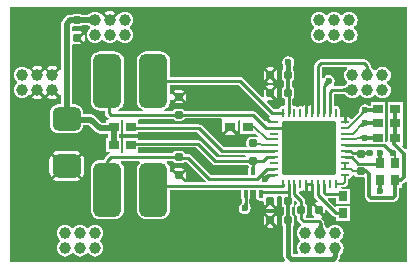
<source format=gtl>
G04*
G04 #@! TF.GenerationSoftware,Altium Limited,Altium Designer,20.1.8 (145)*
G04*
G04 Layer_Physical_Order=1*
G04 Layer_Color=255*
%FSTAX43Y43*%
%MOMM*%
G71*
G04*
G04 #@! TF.SameCoordinates,1A71404B-DE1A-40CA-A37D-A03955D0C46C*
G04*
G04*
G04 #@! TF.FilePolarity,Positive*
G04*
G01*
G75*
%ADD10C,0.250*%
%ADD12C,0.200*%
G04:AMPARAMS|DCode=25|XSize=0.75mm|YSize=0.6mm|CornerRadius=0.15mm|HoleSize=0mm|Usage=FLASHONLY|Rotation=0.000|XOffset=0mm|YOffset=0mm|HoleType=Round|Shape=RoundedRectangle|*
%AMROUNDEDRECTD25*
21,1,0.750,0.300,0,0,0.0*
21,1,0.450,0.600,0,0,0.0*
1,1,0.300,0.225,-0.150*
1,1,0.300,-0.225,-0.150*
1,1,0.300,-0.225,0.150*
1,1,0.300,0.225,0.150*
%
%ADD25ROUNDEDRECTD25*%
G04:AMPARAMS|DCode=26|XSize=0.75mm|YSize=0.6mm|CornerRadius=0.15mm|HoleSize=0mm|Usage=FLASHONLY|Rotation=90.000|XOffset=0mm|YOffset=0mm|HoleType=Round|Shape=RoundedRectangle|*
%AMROUNDEDRECTD26*
21,1,0.750,0.300,0,0,90.0*
21,1,0.450,0.600,0,0,90.0*
1,1,0.300,0.150,0.225*
1,1,0.300,0.150,-0.225*
1,1,0.300,-0.150,-0.225*
1,1,0.300,-0.150,0.225*
%
%ADD26ROUNDEDRECTD26*%
G04:AMPARAMS|DCode=27|XSize=0.4mm|YSize=0.75mm|CornerRadius=0.1mm|HoleSize=0mm|Usage=FLASHONLY|Rotation=180.000|XOffset=0mm|YOffset=0mm|HoleType=Round|Shape=RoundedRectangle|*
%AMROUNDEDRECTD27*
21,1,0.400,0.550,0,0,180.0*
21,1,0.200,0.750,0,0,180.0*
1,1,0.200,-0.100,0.275*
1,1,0.200,0.100,0.275*
1,1,0.200,0.100,-0.275*
1,1,0.200,-0.100,-0.275*
%
%ADD27ROUNDEDRECTD27*%
%ADD28R,0.850X0.800*%
%ADD29R,0.800X0.850*%
%ADD30O,0.250X0.800*%
%ADD31O,0.800X0.250*%
G04:AMPARAMS|DCode=32|XSize=4.6mm|YSize=4.6mm|CornerRadius=0.23mm|HoleSize=0mm|Usage=FLASHONLY|Rotation=90.000|XOffset=0mm|YOffset=0mm|HoleType=Round|Shape=RoundedRectangle|*
%AMROUNDEDRECTD32*
21,1,4.600,4.140,0,0,90.0*
21,1,4.140,4.600,0,0,90.0*
1,1,0.460,2.070,2.070*
1,1,0.460,2.070,-2.070*
1,1,0.460,-2.070,-2.070*
1,1,0.460,-2.070,2.070*
%
%ADD32ROUNDEDRECTD32*%
G04:AMPARAMS|DCode=33|XSize=2.4mm|YSize=2mm|CornerRadius=0.5mm|HoleSize=0mm|Usage=FLASHONLY|Rotation=180.000|XOffset=0mm|YOffset=0mm|HoleType=Round|Shape=RoundedRectangle|*
%AMROUNDEDRECTD33*
21,1,2.400,1.000,0,0,180.0*
21,1,1.400,2.000,0,0,180.0*
1,1,1.000,-0.700,0.500*
1,1,1.000,0.700,0.500*
1,1,1.000,0.700,-0.500*
1,1,1.000,-0.700,-0.500*
%
%ADD33ROUNDEDRECTD33*%
G04:AMPARAMS|DCode=34|XSize=4.6mm|YSize=2.4mm|CornerRadius=0.6mm|HoleSize=0mm|Usage=FLASHONLY|Rotation=270.000|XOffset=0mm|YOffset=0mm|HoleType=Round|Shape=RoundedRectangle|*
%AMROUNDEDRECTD34*
21,1,4.600,1.200,0,0,270.0*
21,1,3.400,2.400,0,0,270.0*
1,1,1.200,-0.600,-1.700*
1,1,1.200,-0.600,1.700*
1,1,1.200,0.600,1.700*
1,1,1.200,0.600,-1.700*
%
%ADD34ROUNDEDRECTD34*%
%ADD35C,0.300*%
%ADD36C,0.500*%
%ADD37C,0.400*%
%ADD38C,1.000*%
%ADD39C,0.600*%
G36*
X0086562Y0110882D02*
X008654Y01109D01*
X0086515Y0110917D01*
X0086486Y0110931D01*
X0086454Y0110944D01*
X0086418Y0110955D01*
X0086379Y0110963D01*
X0086335Y011097D01*
X0086289Y0110975D01*
X0086185Y0110979D01*
X0086173Y0111479D01*
X0086227Y011148D01*
X0086324Y0111488D01*
X0086366Y0111495D01*
X0086406Y0111505D01*
X0086441Y0111516D01*
X0086473Y0111529D01*
X0086502Y0111545D01*
X0086527Y0111562D01*
X0086548Y0111582D01*
X0086562Y0110882D01*
D02*
G37*
G36*
X0113308Y0100343D02*
X0113191Y0100295D01*
X0112919Y0100566D01*
X0112962Y0100669D01*
X0112962D01*
Y0101742D01*
X0112962Y0101869D01*
X0112962D01*
Y0101869D01*
X0112962D01*
Y0102942D01*
X0112962Y0103069D01*
X0112962D01*
Y0103069D01*
X0112962D01*
Y0104269D01*
X0111712D01*
Y0103196D01*
X0111712Y0103069D01*
X0111712D01*
Y0103069D01*
X0111712D01*
Y0101996D01*
X0111712Y0101869D01*
X0111712D01*
Y0101869D01*
X0111712D01*
Y0101005D01*
X0111592Y0100937D01*
X0111512Y0100982D01*
Y0101742D01*
X0111512Y0101869D01*
X0111512D01*
Y0101869D01*
X0111512D01*
Y0102942D01*
X0111512Y0103069D01*
X0111512D01*
Y0103069D01*
X0111512D01*
Y0104269D01*
X0110262D01*
Y0104009D01*
X0110229Y0103982D01*
X011018Y0103949D01*
X0110135Y0103938D01*
X0109982Y010404D01*
X0109787Y0104079D01*
X0109592Y010404D01*
X0109426Y0103929D01*
X0109316Y0103764D01*
X0109277Y0103569D01*
X0109283Y0103537D01*
X0109283Y0103531D01*
X0109283Y0103518D01*
X0109281Y0103506D01*
X0109279Y0103496D01*
X0109276Y0103487D01*
X0109272Y0103479D01*
X0109268Y0103471D01*
X0109263Y0103463D01*
X0108677Y0102877D01*
X0108606Y0102884D01*
X0108481Y0102968D01*
X0108333Y0102997D01*
X0107783D01*
X010775Y0102991D01*
X0107646Y010308D01*
X010764Y0103098D01*
Y0103636D01*
X0107614Y0103763D01*
X0107542Y010387D01*
X0107435Y0103942D01*
X0107308Y0103967D01*
X0107267Y0103959D01*
X010714Y0104055D01*
Y010498D01*
X010796D01*
X0107974Y0104977D01*
X0107997Y0104971D01*
X0108022Y0104962D01*
X0108049Y0104949D01*
X0108078Y0104932D01*
X0108107Y0104913D01*
X0108181Y0104852D01*
X010821Y0104824D01*
X0108219Y0104812D01*
X0108365Y01047D01*
X0108535Y0104629D01*
X0108718Y0104605D01*
X0108901Y0104629D01*
X0109071Y01047D01*
X0109217Y0104812D01*
X0109274Y0104886D01*
X0109432D01*
X0109489Y0104812D01*
X0109635Y01047D01*
X0109805Y0104629D01*
X0109988Y0104605D01*
X0110171Y0104629D01*
X0110341Y01047D01*
X0110487Y0104812D01*
X0110544Y0104886D01*
X0110702D01*
X0110759Y0104812D01*
X0110905Y01047D01*
X0111075Y0104629D01*
X0111258Y0104605D01*
X0111441Y0104629D01*
X0111611Y01047D01*
X0111757Y0104812D01*
X011187Y0104958D01*
X011194Y0105128D01*
X0111964Y0105311D01*
X011194Y0105494D01*
X011187Y0105664D01*
X0111757Y010581D01*
X0111683Y0105867D01*
Y0106025D01*
X0111757Y0106082D01*
X011187Y0106228D01*
X011194Y0106398D01*
X0111964Y0106581D01*
X011194Y0106764D01*
X011187Y0106934D01*
X0111757Y010708D01*
X0111611Y0107193D01*
X0111441Y0107263D01*
X0111258Y0107287D01*
X0111075Y0107263D01*
X0110905Y0107193D01*
X0110759Y010708D01*
X0110702Y0107006D01*
X0110544D01*
X0110487Y010708D01*
X0110341Y0107193D01*
X0110334Y0107196D01*
X0110333Y0107197D01*
X011033Y0107202D01*
X0110327Y0107211D01*
X0110323Y0107225D01*
X011032Y0107243D01*
X0110319Y010725D01*
Y0107293D01*
X0110294Y0107419D01*
X0110222Y0107527D01*
X0109946Y0107803D01*
X0109839Y0107875D01*
X0109712Y01079D01*
X0106012D01*
X0105885Y0107875D01*
X0105777Y0107803D01*
X0105577Y0107603D01*
X0105506Y0107496D01*
X010548Y0107369D01*
Y0104118D01*
X0105353Y0104013D01*
X0105308Y0104022D01*
X010516Y0103993D01*
X0105058Y0103925D01*
X0104956Y0103993D01*
X0104808Y0104022D01*
X010466Y0103993D01*
X0104535Y0103909D01*
X0104496Y0103902D01*
X0104435Y0103942D01*
X0104308Y0103967D01*
X0104181Y0103942D01*
X0104074Y010387D01*
X0104042D01*
X0103935Y0103942D01*
X0103808Y0103967D01*
X0103767Y0103959D01*
X010364Y0104055D01*
Y0104575D01*
X0103664Y0104591D01*
X0103741Y0104707D01*
X0103769Y0104844D01*
Y0105294D01*
X0103741Y010543D01*
X0103664Y0105546D01*
X0103619Y0105577D01*
Y0106061D01*
X0103664Y0106091D01*
X0103741Y0106207D01*
X0103769Y0106344D01*
Y0106794D01*
X0103741Y010693D01*
X0103682Y0107019D01*
Y0107335D01*
X0103758Y0107449D01*
X0103797Y0107644D01*
X0103758Y0107839D01*
X0103647Y0108004D01*
X0103482Y0108115D01*
X0103287Y0108154D01*
X0103092Y0108115D01*
X0102926Y0108004D01*
X0102816Y0107839D01*
X0102777Y0107644D01*
X0102816Y0107449D01*
X0102866Y0107373D01*
X0102866Y0107366D01*
Y0107051D01*
X0102859Y0107046D01*
X0102782Y010693D01*
X0102755Y0106794D01*
Y0106344D01*
X0102782Y0106207D01*
X0102859Y0106091D01*
X0102905Y0106061D01*
Y0105577D01*
X0102859Y0105546D01*
X0102782Y010543D01*
X0102755Y0105294D01*
Y0104844D01*
X0102782Y0104707D01*
X0102859Y0104591D01*
X0102975Y0104514D01*
X0102977Y0104514D01*
Y0104055D01*
X010285Y0103959D01*
X0102808Y0103967D01*
X0102681Y0103942D01*
X0102574Y010387D01*
X0102502Y0103763D01*
X010249Y01037D01*
X0102049D01*
X0101439Y010431D01*
X0101443Y0104336D01*
X0101587Y0104437D01*
X0101612Y0104432D01*
X0101912D01*
X0102069Y0104463D01*
X0102095Y0104481D01*
X0101672Y0104904D01*
X0101837Y0105069D01*
X0101762Y0105144D01*
X0101672Y0105054D01*
X0101249Y0105477D01*
X0101231Y0105451D01*
X01012Y0105294D01*
Y0104844D01*
X0101205Y0104819D01*
X0101104Y0104675D01*
X0101078Y0104671D01*
X0099446Y0106303D01*
X0099339Y0106375D01*
X0099212Y01064D01*
X0093269D01*
Y0107769D01*
X0093241Y0107978D01*
X0093161Y0108172D01*
X0093032Y0108339D01*
X0092865Y0108468D01*
X0092671Y0108548D01*
X0092462Y0108576D01*
X0091262D01*
X0091053Y0108548D01*
X0090858Y0108468D01*
X0090691Y0108339D01*
X0090563Y0108172D01*
X0090482Y0107978D01*
X0090455Y0107769D01*
Y0104369D01*
X0090482Y010416D01*
X0090563Y0103965D01*
X0090691Y0103798D01*
X0090858Y010367D01*
X0090962Y0103627D01*
X0090937Y01035D01*
X0088887D01*
X0088862Y0103627D01*
X0088965Y010367D01*
X0089132Y0103798D01*
X0089261Y0103965D01*
X0089341Y010416D01*
X0089369Y0104369D01*
Y0107769D01*
X0089341Y0107978D01*
X0089261Y0108172D01*
X0089132Y0108339D01*
X0088965Y0108468D01*
X0088771Y0108548D01*
X0088562Y0108576D01*
X0087362D01*
X0087153Y0108548D01*
X0086958Y0108468D01*
X0086791Y0108339D01*
X0086663Y0108172D01*
X0086582Y0107978D01*
X0086555Y0107769D01*
Y0104369D01*
X0086582Y010416D01*
X0086663Y0103965D01*
X0086791Y0103798D01*
X0086958Y010367D01*
X0087153Y0103589D01*
X0087362Y0103562D01*
X008778D01*
Y0103315D01*
X0087806Y0103188D01*
X0087877Y0103081D01*
X0088024Y0102934D01*
X0088082Y0102896D01*
X0088043Y0102769D01*
X0087862D01*
Y0102528D01*
X0087502D01*
X0086936Y0103093D01*
X0086787Y0103193D01*
X0086612Y0103228D01*
X0085918D01*
Y0103369D01*
X0085894Y0103552D01*
X0085823Y0103722D01*
X0085711Y0103868D01*
X0085565Y010398D01*
X0085395Y0104051D01*
X0085212Y0104075D01*
X0084971D01*
Y0109086D01*
X0085098Y0109175D01*
X0085187Y0109157D01*
X0085637D01*
X0085794Y0109188D01*
X008582Y0109206D01*
X0085397Y0109629D01*
X0085487Y0109719D01*
X0085397Y0109809D01*
X008582Y0110232D01*
X0085794Y0110249D01*
X0085637Y0110281D01*
X0085187D01*
X0085098Y0110263D01*
X0084971Y0110351D01*
Y011064D01*
X0084989Y0110663D01*
X0085098Y011073D01*
X0085187Y0110712D01*
X0085637D01*
X0085773Y0110739D01*
X008582Y011077D01*
X0086288D01*
X0086309Y0110768D01*
X0086341Y0110763D01*
X0086367Y0110757D01*
X0086388Y0110751D01*
X0086403Y0110745D01*
X0086412Y011074D01*
X0086413Y011074D01*
X0086487Y0110682D01*
Y0110525D01*
X0086413Y0110468D01*
X00863Y0110322D01*
X008623Y0110152D01*
X0086206Y0109969D01*
X008623Y0109786D01*
X00863Y0109616D01*
X0086413Y010947D01*
X0086559Y0109357D01*
X0086729Y0109287D01*
X0086912Y0109263D01*
X0087095Y0109287D01*
X0087265Y0109357D01*
X0087411Y010947D01*
X0087468Y0109544D01*
X0087625D01*
X0087683Y010947D01*
X0087829Y0109357D01*
X0087999Y0109287D01*
X0088182Y0109263D01*
X0088365Y0109287D01*
X0088535Y0109357D01*
X0088681Y010947D01*
X0088738Y0109544D01*
X0088895D01*
X0088953Y010947D01*
X0089099Y0109357D01*
X0089269Y0109287D01*
X0089452Y0109263D01*
X0089635Y0109287D01*
X0089805Y0109357D01*
X0089951Y010947D01*
X0090063Y0109616D01*
X0090134Y0109786D01*
X0090158Y0109969D01*
X0090134Y0110152D01*
X0090063Y0110322D01*
X0089951Y0110468D01*
X0089877Y0110525D01*
Y0110682D01*
X0089951Y011074D01*
X0090063Y0110886D01*
X0090134Y0111056D01*
X0090158Y0111239D01*
X0090134Y0111422D01*
X0090063Y0111592D01*
X0089951Y0111738D01*
X0089805Y011185D01*
X0089635Y0111921D01*
X0089452Y0111945D01*
X0089269Y0111921D01*
X0089099Y011185D01*
X0088953Y0111738D01*
X0088931Y011171D01*
X0088832D01*
X0088272Y0111149D01*
X0088182Y0111239D01*
X0088092Y0111149D01*
X0087531Y011171D01*
X0087433D01*
X0087411Y0111738D01*
X0087265Y011185D01*
X0087095Y0111921D01*
X0086912Y0111945D01*
X0086729Y0111921D01*
X0086559Y011185D01*
X0086413Y0111738D01*
X0086403Y0111725D01*
X0086398Y0111721D01*
X0086394Y0111718D01*
X0086385Y0111713D01*
X0086371Y0111707D01*
X0086351Y0111701D01*
X0086326Y0111695D01*
X0086298Y0111691D01*
X0086264Y0111688D01*
X008579D01*
X0085773Y0111698D01*
X0085637Y0111726D01*
X0085187D01*
X008505Y0111698D01*
X0085019Y0111678D01*
X0084805D01*
X0084629Y0111643D01*
X008448Y0111543D01*
X0084187Y011125D01*
X0084088Y0111101D01*
X0084053Y0110926D01*
Y0107055D01*
X0083926Y0107012D01*
X0083922Y0107017D01*
X0083396Y0106491D01*
X0083306Y0106581D01*
X0083216Y0106491D01*
X0082671Y0107036D01*
X0082126Y0106491D01*
X0082036Y0106581D01*
X0081946Y0106491D01*
X0081385Y0107052D01*
X0081287D01*
X0081265Y010708D01*
X0081119Y0107193D01*
X0080949Y0107263D01*
X0080766Y0107287D01*
X0080583Y0107263D01*
X0080413Y0107193D01*
X0080267Y010708D01*
X0080155Y0106934D01*
X0080084Y0106764D01*
X008006Y0106581D01*
X0080084Y0106398D01*
X0080155Y0106228D01*
X0080267Y0106082D01*
X0080341Y0106025D01*
Y0105867D01*
X0080267Y010581D01*
X0080155Y0105664D01*
X0080084Y0105494D01*
X008006Y0105311D01*
X0080084Y0105128D01*
X0080155Y0104958D01*
X0080267Y0104812D01*
X0080413Y01047D01*
X0080583Y0104629D01*
X0080766Y0104605D01*
X0080949Y0104629D01*
X0081119Y01047D01*
X0081265Y0104812D01*
X0081287Y010484D01*
X0081385D01*
X0081946Y0105401D01*
X0082036Y0105311D01*
X0082126Y0105401D01*
X0082671Y0104856D01*
X0083216Y0105401D01*
X0083306Y0105311D01*
X0083396Y0105401D01*
X0083922Y0104875D01*
X0083926Y010488D01*
X0084053Y0104837D01*
Y0104075D01*
X0083812D01*
X0083629Y0104051D01*
X0083459Y010398D01*
X0083313Y0103868D01*
X00832Y0103722D01*
X008313Y0103552D01*
X0083106Y0103369D01*
Y0102369D01*
X008313Y0102186D01*
X00832Y0102016D01*
X0083313Y010187D01*
X0083459Y0101757D01*
X0083629Y0101687D01*
X0083812Y0101663D01*
X0085212D01*
X0085395Y0101687D01*
X0085565Y0101757D01*
X0085711Y010187D01*
X0085823Y0102016D01*
X0085894Y0102186D01*
X008591Y010231D01*
X0086422D01*
X0086987Y0101744D01*
X0087136Y0101645D01*
X0087312Y010161D01*
X0087862D01*
Y0101569D01*
X0088028D01*
Y0101269D01*
X0087862D01*
Y0100069D01*
X0088207D01*
X008822Y0099942D01*
X0088135Y0099925D01*
X0088027Y0099853D01*
X0087727Y0099553D01*
X0087656Y0099446D01*
X0087642Y0099376D01*
X0087362D01*
X0087153Y0099348D01*
X0086958Y0099268D01*
X0086791Y0099139D01*
X0086663Y0098972D01*
X0086582Y0098778D01*
X0086555Y0098569D01*
Y0095169D01*
X0086582Y009496D01*
X0086663Y0094765D01*
X0086791Y0094598D01*
X0086958Y009447D01*
X0087153Y0094389D01*
X0087362Y0094362D01*
X0088562D01*
X0088771Y0094389D01*
X0088965Y009447D01*
X0089132Y0094598D01*
X0089261Y0094765D01*
X0089341Y009496D01*
X0089369Y0095169D01*
Y0098569D01*
X0089341Y0098778D01*
X0089261Y0098972D01*
X0089132Y0099139D01*
X0089105Y009916D01*
X0089148Y0099287D01*
X0090676D01*
X0090719Y009916D01*
X0090691Y0099139D01*
X0090563Y0098972D01*
X0090482Y0098778D01*
X0090455Y0098569D01*
Y0095169D01*
X0090482Y009496D01*
X0090563Y0094765D01*
X0090691Y0094598D01*
X0090858Y009447D01*
X0091053Y0094389D01*
X0091262Y0094362D01*
X0092462D01*
X0092671Y0094389D01*
X0092865Y009447D01*
X0093032Y0094598D01*
X0093161Y0094765D01*
X0093241Y009496D01*
X0093269Y0095169D01*
Y0096837D01*
X009922D01*
X0099256Y0096794D01*
Y0096244D01*
X0099279Y0096127D01*
X009933Y009605D01*
Y0095706D01*
X0099329Y0095698D01*
X0099327Y009569D01*
X0099325Y0095685D01*
X0099324Y0095683D01*
X0099324Y0095683D01*
X0099315Y0095676D01*
X0099307Y0095666D01*
X0099251Y0095629D01*
X0099141Y0095464D01*
X0099102Y0095269D01*
X0099141Y0095074D01*
X0099251Y0094908D01*
X0099417Y0094798D01*
X0099612Y0094759D01*
X0099807Y0094798D01*
X0099972Y0094908D01*
X0100083Y0095074D01*
X0100122Y0095269D01*
X0100083Y0095464D01*
X0100031Y0095541D01*
X0100024Y0095558D01*
X0100016Y0095571D01*
X0100012Y0095578D01*
X0100008Y0095586D01*
X0100004Y0095596D01*
X01Y0095608D01*
X0099997Y0095621D01*
X0099995Y0095633D01*
X0099993Y0095653D01*
Y009605D01*
X0100044Y0096127D01*
X0100068Y0096244D01*
Y0096794D01*
X0100103Y0096837D01*
X010052D01*
X0100556Y0096794D01*
Y0096244D01*
X0100579Y0096127D01*
X0100646Y0096028D01*
X0100745Y0095961D01*
X0100862Y0095938D01*
X0101062D01*
X0101073Y009594D01*
X01012Y0095836D01*
Y0095644D01*
X0101231Y0095486D01*
X0101249Y009546D01*
X0101672Y0095884D01*
X0101762Y0095794D01*
X0101852Y0095884D01*
X0102275Y009546D01*
X0102292Y0095486D01*
X0102324Y0095644D01*
Y0096094D01*
X0102307Y009618D01*
X0102397Y0096307D01*
X0102692D01*
X0102772Y009618D01*
X0102755Y0096094D01*
Y0095644D01*
X0102782Y0095507D01*
X0102859Y0095391D01*
X0102905Y0095361D01*
Y0094777D01*
X0102859Y0094746D01*
X0102782Y009463D01*
X0102755Y0094494D01*
Y0094044D01*
X0102782Y0093907D01*
X0102854Y00938D01*
Y0091203D01*
X0102854Y0091203D01*
X0102885Y0091047D01*
X0102973Y0090915D01*
X0102998Y009089D01*
X010295Y0090773D01*
X0079716D01*
Y0112365D01*
X0113308D01*
Y0100343D01*
D02*
G37*
G36*
X0103488Y0107421D02*
X0103485Y0107417D01*
X0103483Y0107409D01*
X0103481Y0107399D01*
X0103479Y0107385D01*
X0103476Y0107346D01*
X0103474Y010723D01*
X0103074Y0107252D01*
X0103068Y0107438D01*
X0103488Y0107421D01*
D02*
G37*
G36*
X0110114Y0107252D02*
X0110118Y0107215D01*
X0110124Y010718D01*
X0110133Y0107149D01*
X0110143Y010712D01*
X0110157Y0107093D01*
X0110173Y010707D01*
X0110191Y0107049D01*
X0110212Y0107031D01*
X0110235Y0107016D01*
X0109741D01*
X0109765Y0107031D01*
X0109785Y0107049D01*
X0109803Y010707D01*
X0109819Y0107093D01*
X0109833Y010712D01*
X0109844Y0107149D01*
X0109852Y010718D01*
X0109858Y0107215D01*
X0109862Y0107252D01*
X0109863Y0107293D01*
X0110113D01*
X0110114Y0107252D01*
D02*
G37*
G36*
X0106709Y0105769D02*
X0106685Y0105768D01*
X0106662Y0105765D01*
X0106638Y010576D01*
X0106615Y0105752D01*
X0106592Y0105742D01*
X0106569Y010573D01*
X0106547Y0105716D01*
X0106524Y01057D01*
X0106502Y0105681D01*
X010648Y010566D01*
X0106303Y0105837D01*
X0106324Y0105859D01*
X0106343Y0105881D01*
X0106359Y0105904D01*
X0106373Y0105926D01*
X0106385Y0105949D01*
X0106395Y0105972D01*
X0106403Y0105995D01*
X0106408Y0106019D01*
X0106411Y0106042D01*
X0106412Y0106066D01*
X0106709Y0105769D01*
D02*
G37*
G36*
X0108258Y010711D02*
X0108219Y010708D01*
X0108107Y0106934D01*
X0108036Y0106764D01*
X0108012Y0106581D01*
X0108036Y0106398D01*
X0108107Y0106228D01*
X0108219Y0106082D01*
X0108293Y0106025D01*
Y0105867D01*
X0108219Y010581D01*
X010821Y0105798D01*
X0108179Y0105768D01*
X0108143Y0105737D01*
X010811Y0105711D01*
X0108078Y010569D01*
X0108049Y0105673D01*
X0108022Y010566D01*
X0107997Y0105651D01*
X0107974Y0105645D01*
X010796Y0105642D01*
X0107181D01*
X0107113Y0105769D01*
X0107183Y0105874D01*
X0107222Y0106069D01*
X0107183Y0106264D01*
X0107072Y0106429D01*
X0106907Y010654D01*
X0106712Y0106579D01*
X0106517Y010654D01*
X0106351Y0106429D01*
X010627Y0106308D01*
X0106143Y0106346D01*
Y0107232D01*
X0106149Y0107237D01*
X0108215D01*
X0108258Y010711D01*
D02*
G37*
G36*
X0108361Y0104961D02*
X0108317Y0105004D01*
X010823Y0105076D01*
X0108187Y0105105D01*
X0108144Y010513D01*
X0108101Y010515D01*
X0108059Y0105166D01*
X0108017Y0105177D01*
X0107975Y0105184D01*
X0107934Y0105186D01*
Y0105436D01*
X0107975Y0105438D01*
X0108017Y0105445D01*
X0108059Y0105456D01*
X0108101Y0105472D01*
X0108144Y0105492D01*
X0108187Y0105517D01*
X010823Y0105546D01*
X0108273Y010558D01*
X0108317Y0105618D01*
X0108361Y0105661D01*
Y0104961D01*
D02*
G37*
G36*
X0101677Y0103134D02*
X010171Y0103112D01*
X0101684Y0102978D01*
X0101635Y0102968D01*
X0101618Y0102956D01*
X0101873Y0102701D01*
X0101693Y0102521D01*
X0101438Y0102777D01*
X0101426Y0102759D01*
X0101417Y0102712D01*
X0101279Y010267D01*
X0100496Y0103453D01*
X0100389Y0103525D01*
X0100262Y010355D01*
X0094537D01*
X0094489Y0103621D01*
X0094373Y0103699D01*
X0094237Y0103726D01*
X0093787D01*
X009365Y0103699D01*
X0093534Y0103621D01*
X0093457Y0103505D01*
X0093456Y01035D01*
X0092787D01*
X0092762Y0103627D01*
X0092865Y010367D01*
X0093032Y0103798D01*
X0093161Y0103965D01*
X0093241Y010416D01*
X0093269Y0104369D01*
Y0104452D01*
X0093396Y0104464D01*
X0093406Y0104411D01*
X0093424Y0104385D01*
X0093757Y0104719D01*
X0093424Y0105052D01*
X0093406Y0105026D01*
X0093396Y0104973D01*
X0093269Y0104986D01*
Y0105737D01*
X0099075D01*
X0101677Y0103134D01*
D02*
G37*
G36*
X0110014Y0103767D02*
X0110029Y0103757D01*
X0110046Y0103748D01*
X0110065Y010374D01*
X0110087Y0103734D01*
X011011Y0103728D01*
X0110136Y0103724D01*
X0110164Y0103721D01*
X0110227Y0103719D01*
Y0103419D01*
X0110194Y0103418D01*
X0110136Y0103413D01*
X011011Y0103409D01*
X0110087Y0103404D01*
X0110065Y0103397D01*
X0110046Y0103389D01*
X0110029Y010338D01*
X0110014Y010337D01*
X0110001Y0103359D01*
Y0103779D01*
X0110014Y0103767D01*
D02*
G37*
G36*
X0109794Y0103269D02*
X0109764Y0103267D01*
X0109734Y0103264D01*
X0109706Y0103258D01*
X0109679Y0103251D01*
X0109653Y0103241D01*
X0109628Y010323D01*
X0109605Y0103217D01*
X0109582Y0103202D01*
X0109561Y0103185D01*
X010954Y0103166D01*
X0109394Y0103303D01*
X0109413Y0103323D01*
X0109429Y0103345D01*
X0109444Y0103367D01*
X0109457Y0103391D01*
X0109467Y0103416D01*
X0109475Y0103442D01*
X0109482Y0103469D01*
X0109486Y0103497D01*
X0109487Y0103525D01*
X0109487Y0103556D01*
X0109794Y0103269D01*
D02*
G37*
G36*
X0097708Y0102823D02*
X0097708Y010276D01*
Y0101694D01*
X0098272Y0102259D01*
X0098387Y0102144D01*
X0098502Y0102259D01*
X0099066Y0101694D01*
Y0102693D01*
X0099177Y0102775D01*
X0099193Y0102777D01*
X0099212Y0102769D01*
Y0101569D01*
X0100462D01*
Y0101569D01*
X0100545Y0101603D01*
X0100744Y0101404D01*
X0100673Y0101299D01*
X0100537Y0101326D01*
X0100087D01*
X009995Y0101299D01*
X0099834Y0101221D01*
X0099757Y0101105D01*
X009973Y0100969D01*
Y0100669D01*
X009975Y0100569D01*
X0099676Y0100442D01*
X0097807D01*
X0095946Y0102303D01*
X0095839Y0102375D01*
X0095712Y01024D01*
X0090562D01*
Y0102769D01*
X009066Y0102837D01*
X009352D01*
X0093534Y0102816D01*
X009365Y0102739D01*
X0093787Y0102712D01*
X0094237D01*
X0094373Y0102739D01*
X0094489Y0102816D01*
X0094537Y0102887D01*
X0097608D01*
X0097708Y0102823D01*
D02*
G37*
G36*
X0110014Y0102667D02*
X0110029Y0102657D01*
X0110046Y0102648D01*
X0110065Y010264D01*
X0110087Y0102634D01*
X011011Y0102628D01*
X0110136Y0102624D01*
X0110164Y0102621D01*
X0110227Y0102619D01*
Y0102319D01*
X0110194Y0102318D01*
X0110136Y0102313D01*
X011011Y0102309D01*
X0110087Y0102304D01*
X0110065Y0102297D01*
X0110046Y0102289D01*
X0110029Y010228D01*
X0110014Y010227D01*
X0110001Y0102259D01*
Y0102679D01*
X0110014Y0102667D01*
D02*
G37*
G36*
X010966Y0102197D02*
X0109636Y0102206D01*
X0109612Y0102213D01*
X0109588Y0102216D01*
X0109565Y0102216D01*
X0109542Y0102213D01*
X0109519Y0102206D01*
X0109497Y0102196D01*
X0109475Y0102183D01*
X0109453Y0102167D01*
X0109431Y0102147D01*
X010936Y0102358D01*
X0109378Y0102377D01*
X0109412Y0102418D01*
X0109429Y0102439D01*
X0109459Y0102485D01*
X0109473Y0102509D01*
X0109499Y0102561D01*
X0109511Y0102588D01*
X010966Y0102197D01*
D02*
G37*
G36*
X0110014Y0101467D02*
X0110029Y0101457D01*
X0110046Y0101448D01*
X0110065Y010144D01*
X0110087Y0101434D01*
X011011Y0101428D01*
X0110136Y0101424D01*
X0110164Y0101421D01*
X0110227Y0101419D01*
Y0101119D01*
X0110194Y0101118D01*
X0110136Y0101113D01*
X011011Y0101109D01*
X0110087Y0101104D01*
X0110065Y0101097D01*
X0110046Y0101089D01*
X0110029Y010108D01*
X0110014Y010107D01*
X0110001Y0101059D01*
Y0101479D01*
X0110014Y0101467D01*
D02*
G37*
G36*
X0109573Y0101059D02*
X0109551Y010108D01*
X0109528Y0101098D01*
X0109505Y0101115D01*
X0109481Y0101129D01*
X0109456Y0101141D01*
X0109431Y0101151D01*
X0109405Y0101159D01*
X0109379Y0101164D01*
X0109352Y0101168D01*
X0109324Y0101169D01*
Y0101369D01*
X0109352Y010137D01*
X0109379Y0101373D01*
X0109405Y0101379D01*
X0109431Y0101386D01*
X0109456Y0101396D01*
X0109481Y0101408D01*
X0109505Y0101423D01*
X0109528Y0101439D01*
X0109551Y0101458D01*
X0109573Y0101479D01*
Y0101059D01*
D02*
G37*
G36*
X0111863Y0100338D02*
X0111885Y010032D01*
X0111907Y0100304D01*
X011193Y0100291D01*
X0111953Y010028D01*
X0111976Y0100272D01*
X0111998Y0100267D01*
X0112022Y0100264D01*
X0112045Y0100263D01*
X0112068Y0100266D01*
X0111814Y0099931D01*
X011181Y0099954D01*
X0111805Y0099977D01*
X0111797Y01D01*
X0111787Y0100022D01*
X0111776Y0100045D01*
X0111763Y0100067D01*
X0111747Y010009D01*
X011173Y0100112D01*
X0111711Y0100134D01*
X011169Y0100156D01*
X011184Y0100359D01*
X0111863Y0100338D01*
D02*
G37*
G36*
X0110028Y0099743D02*
X0110009Y0099758D01*
X010999Y0099771D01*
X0109968Y0099782D01*
X0109946Y0099792D01*
X0109922Y0099801D01*
X0109897Y0099808D01*
X0109871Y0099813D01*
X0109843Y0099817D01*
X0109814Y0099819D01*
X0109784Y009982D01*
X010976Y010007D01*
X010979Y0100071D01*
X0109819Y0100074D01*
X0109846Y0100078D01*
X0109872Y0100085D01*
X0109896Y0100093D01*
X0109918Y0100103D01*
X0109939Y0100115D01*
X0109958Y0100129D01*
X0109976Y0100144D01*
X0109991Y0100162D01*
X0110028Y0099743D01*
D02*
G37*
G36*
X0089312Y0102769D02*
Y0101569D01*
X0090562D01*
Y0101737D01*
X0095575D01*
X0097435Y0099877D01*
X0097543Y0099805D01*
X009767Y009978D01*
X0099632D01*
X0099704Y0099653D01*
X0099673Y00996D01*
X0097249D01*
X0095846Y0101003D01*
X0095739Y0101075D01*
X0095612Y01011D01*
X0090562D01*
Y0101269D01*
X0089312D01*
Y0100069D01*
X0089312D01*
X0089292Y009995D01*
X0089132D01*
X0089112Y0100069D01*
X0089112Y0100077D01*
Y0101269D01*
X0088946D01*
Y0101569D01*
X0089112D01*
Y010271D01*
X0089112Y0102769D01*
X008921Y0102837D01*
X0089213D01*
X0089312Y0102769D01*
D02*
G37*
G36*
X0111218Y0099767D02*
X0111208Y0099752D01*
X0111199Y0099735D01*
X0111191Y0099716D01*
X0111185Y0099694D01*
X0111179Y009967D01*
X0111175Y0099645D01*
X0111172Y0099617D01*
X011117Y0099554D01*
X011087D01*
X0110869Y0099587D01*
X0110864Y0099645D01*
X011086Y009967D01*
X0110855Y0099694D01*
X0110848Y0099716D01*
X011084Y0099735D01*
X0110831Y0099752D01*
X0110821Y0099767D01*
X011081Y009978D01*
X011123D01*
X0111218Y0099767D01*
D02*
G37*
G36*
X0096877Y0099034D02*
X0096985Y0098963D01*
X0097112Y0098937D01*
X009982D01*
X0099834Y0098916D01*
X0099949Y009884D01*
X0099929Y0098811D01*
X0099906Y0098694D01*
Y0098144D01*
X009987Y00981D01*
X0096749D01*
X0095046Y0099803D01*
X0094939Y0099875D01*
X0094812Y00999D01*
X0094568D01*
X0094566Y0099905D01*
X0094489Y0100021D01*
X0094373Y0100098D01*
X0094237Y0100126D01*
X0093787D01*
X009365Y0100098D01*
X0093534Y0100021D01*
X0093487Y009995D01*
X0090582D01*
X0090562Y0100069D01*
X0090562D01*
Y0100437D01*
X0095475D01*
X0096877Y0099034D01*
D02*
G37*
G36*
X010172Y0098001D02*
X0101699Y0097979D01*
X0101681Y0097956D01*
X0101664Y0097934D01*
X010165Y0097911D01*
X0101638Y0097888D01*
X0101629Y0097866D01*
X0101621Y0097842D01*
X0101616Y0097819D01*
X0101613Y0097796D01*
X0101612Y0097772D01*
X0101315Y0098069D01*
X0101339Y009807D01*
X0101362Y0098073D01*
X0101385Y0098078D01*
X0101409Y0098086D01*
X0101431Y0098095D01*
X0101454Y0098107D01*
X0101477Y0098121D01*
X0101499Y0098138D01*
X0101521Y0098156D01*
X0101544Y0098177D01*
X010172Y0098001D01*
D02*
G37*
G36*
X0093534Y0099216D02*
X009365Y0099139D01*
X0093787Y0099112D01*
X0094237D01*
X0094373Y0099139D01*
X0094489Y0099216D01*
X0094503Y0099237D01*
X0094675D01*
X0096285Y0097627D01*
X0096232Y00975D01*
X0094491D01*
X0094476Y009755D01*
X0093997Y0098029D01*
X0094087Y0098119D01*
X0094012Y0098194D01*
X0093847Y0098029D01*
X0093424Y0098452D01*
X0093406Y0098426D01*
X0093396Y0098373D01*
X0093269Y0098386D01*
Y0098569D01*
X0093241Y0098778D01*
X0093161Y0098972D01*
X0093032Y0099139D01*
X0093005Y009916D01*
X0093048Y0099287D01*
X0093487D01*
X0093534Y0099216D01*
D02*
G37*
G36*
X0108882Y0098095D02*
X0108934Y0098016D01*
X010905Y0097939D01*
X0109187Y0097912D01*
X0109637D01*
X0109657Y0097916D01*
X0109755Y0097835D01*
Y0096345D01*
X0109782Y0096208D01*
X0109859Y0096092D01*
X0110035Y0095916D01*
X0110151Y0095839D01*
X0110288Y0095812D01*
X0112136D01*
X0112273Y0095839D01*
X0112388Y0095916D01*
X0112564Y0096092D01*
X0112641Y0096208D01*
X0112669Y0096345D01*
Y0097019D01*
X0112912D01*
Y0097307D01*
X0112948Y0097314D01*
X0113064Y0097391D01*
X0113191Y0097518D01*
X0113308Y0097469D01*
Y0090773D01*
X0107579D01*
X010753Y009089D01*
X0107555Y0090915D01*
X0107555Y0090915D01*
X0107644Y0091047D01*
X0107675Y0091203D01*
Y0091329D01*
X0107766Y00914D01*
X0107878Y0091546D01*
X0107949Y0091716D01*
X0107973Y0091899D01*
X0107949Y0092082D01*
X0107878Y0092252D01*
X0107766Y0092398D01*
X0107692Y0092455D01*
Y0092612D01*
X0107766Y009267D01*
X0107878Y0092816D01*
X0107949Y0092986D01*
X0107973Y0093169D01*
X0107949Y0093352D01*
X0107878Y0093522D01*
X0107766Y0093668D01*
X010762Y009378D01*
X010745Y0093851D01*
X0107267Y0093875D01*
X0107084Y0093851D01*
X0106914Y009378D01*
X0106768Y0093668D01*
X010671Y0093594D01*
X0106553D01*
X0106508Y0093653D01*
X0106508Y0093653D01*
X0106507Y0093654D01*
X0106496Y0093668D01*
X0106489Y0093674D01*
X0106469Y0093695D01*
X0106438Y0093732D01*
X0106412Y0093767D01*
X0106391Y00938D01*
X0106374Y0093831D01*
X0106361Y0093859D01*
X0106352Y0093885D01*
X0106345Y0093908D01*
X0106343Y0093922D01*
Y0094022D01*
X0106318Y0094149D01*
X0106246Y0094257D01*
X01061Y0094403D01*
X010608Y0094416D01*
X0106107Y0094551D01*
X0106169Y0094563D01*
X0106195Y0094581D01*
X0105772Y0095004D01*
X0105952Y0095184D01*
X0106375Y009476D01*
X0106392Y0094786D01*
X0106424Y0094944D01*
Y0095122D01*
X0106541Y0095171D01*
X0107102Y0094609D01*
X010721Y0094538D01*
X0107312Y0094517D01*
Y0094219D01*
X0108512D01*
Y0095469D01*
X0107312D01*
Y0095469D01*
X0107219Y009543D01*
X0106629Y009602D01*
X0106678Y0096137D01*
X0107312D01*
Y0095669D01*
X0108512D01*
Y0096919D01*
X0107858D01*
X0107779Y0097046D01*
X0107784Y0097055D01*
X0107941D01*
X0107941Y0097055D01*
X0108058Y0097078D01*
X0108157Y0097145D01*
X0108274Y0097262D01*
X0108274Y0097262D01*
X0108341Y0097361D01*
X0108364Y0097478D01*
X0108364Y0097478D01*
Y0097786D01*
X010846Y0097805D01*
X0108567Y0097877D01*
X0108639Y0097984D01*
X0108644Y0098007D01*
X0108752Y0098105D01*
X0108882Y0098095D01*
D02*
G37*
G36*
X0111138Y0097191D02*
X011114Y0097162D01*
X0111144Y0097135D01*
X011115Y0097109D01*
X0111158Y0097084D01*
X0111167Y0097061D01*
X0111178Y0097039D01*
X0111191Y0097019D01*
X0111206Y0097D01*
X0111222Y0096983D01*
X0110802D01*
X0110818Y0097D01*
X0110832Y0097019D01*
X0110845Y0097039D01*
X0110856Y0097061D01*
X0110866Y0097084D01*
X0110873Y0097109D01*
X0110879Y0097135D01*
X0110883Y0097162D01*
X0110886Y0097191D01*
X0110887Y0097222D01*
X0111137D01*
X0111138Y0097191D01*
D02*
G37*
G36*
X0099787Y0095692D02*
X0099787Y0095662D01*
X0099793Y0095605D01*
X0099798Y0095579D01*
X0099804Y0095554D01*
X0099811Y0095529D01*
X009982Y0095507D01*
X009983Y0095485D01*
X0099842Y0095464D01*
X0099855Y0095445D01*
X009944Y0095515D01*
X0099459Y0095529D01*
X0099475Y0095545D01*
X009949Y0095563D01*
X0099502Y0095583D01*
X0099513Y0095605D01*
X0099521Y0095628D01*
X0099528Y0095653D01*
X0099533Y009568D01*
X0099536Y0095709D01*
X0099537Y0095739D01*
X0099787Y0095692D01*
D02*
G37*
G36*
X0104535Y0096813D02*
X010466Y0096729D01*
X0104808Y00967D01*
X0104956Y0096729D01*
X0105058Y0096797D01*
X010516Y0096729D01*
X0105308Y00967D01*
X010535Y0096708D01*
X0105477Y0096604D01*
Y0096372D01*
X0105502Y0096246D01*
X0105574Y0096138D01*
X0105789Y0095923D01*
X010574Y0095806D01*
X0105712D01*
X0105554Y0095774D01*
X0105528Y0095757D01*
X0105952Y0095334D01*
X0105772Y0095154D01*
X0105349Y0095577D01*
X0105331Y0095551D01*
X01053Y0095394D01*
Y0094944D01*
X0105331Y0094786D01*
X0105421Y0094653D01*
X0105459Y0094627D01*
X010542Y00945D01*
X0104836D01*
X0104781Y0094559D01*
X0104764Y0094691D01*
X0104841Y0094807D01*
X0104869Y0094944D01*
Y0095394D01*
X0104841Y009553D01*
X0104764Y0095646D01*
X0104693Y0095694D01*
Y0095919D01*
X0104668Y0096046D01*
X0104596Y0096153D01*
X010419Y0096559D01*
X0104197Y0096668D01*
X0104308Y0096755D01*
X0104435Y009678D01*
X0104496Y0096821D01*
X0104535Y0096813D01*
D02*
G37*
G36*
X0106137Y0093949D02*
X0106139Y0093908D01*
X0106146Y0093866D01*
X0106157Y0093824D01*
X0106172Y0093782D01*
X0106192Y0093738D01*
X0106216Y0093695D01*
X0106245Y0093651D01*
X0106278Y0093606D01*
X0106315Y0093561D01*
X0106357Y0093515D01*
X0105658Y0093536D01*
X0105701Y0093578D01*
X010574Y0093621D01*
X0105775Y0093663D01*
X0105804Y0093705D01*
X010583Y0093747D01*
X010585Y0093789D01*
X0105866Y0093831D01*
X0105878Y0093873D01*
X0105885Y0093915D01*
X0105887Y0093957D01*
X0106137Y0093949D01*
D02*
G37*
G36*
X0104004Y0095808D02*
X0103994Y0095669D01*
X0103959Y0095646D01*
X0103882Y009553D01*
X0103855Y0095394D01*
Y0094944D01*
X0103882Y0094807D01*
X0103959Y0094691D01*
X010403Y0094644D01*
Y0094419D01*
X0104056Y0094292D01*
X0104127Y0094184D01*
X0104377Y0093934D01*
X0104392Y0093925D01*
X0104377Y0093782D01*
X0104374Y009378D01*
X0104228Y0093668D01*
X0104115Y0093522D01*
X0104045Y0093352D01*
X0104021Y0093169D01*
X0104045Y0092986D01*
X0104115Y0092816D01*
X0104228Y009267D01*
X0104302Y0092612D01*
Y0092455D01*
X0104228Y0092398D01*
X0104115Y0092252D01*
X0104045Y0092082D01*
X0104021Y0091899D01*
X0104045Y0091716D01*
X0104115Y0091546D01*
X0104148Y0091504D01*
X0104085Y0091377D01*
X010367D01*
Y00938D01*
X0103741Y0093907D01*
X0103769Y0094044D01*
Y0094494D01*
X0103741Y009463D01*
X0103664Y0094746D01*
X0103619Y0094777D01*
Y0095361D01*
X0103664Y0095391D01*
X0103741Y0095507D01*
X0103769Y0095644D01*
Y0095877D01*
X0103886Y0095926D01*
X0104004Y0095808D01*
D02*
G37*
G36*
X010749Y0091449D02*
X0107485Y0091439D01*
X0107481Y0091425D01*
X0107477Y0091407D01*
X0107474Y0091384D01*
X0107469Y0091325D01*
X0107467Y0091203D01*
X0107067D01*
X0107067Y0091248D01*
X0107057Y0091407D01*
X0107053Y0091425D01*
X0107049Y0091439D01*
X0107044Y0091449D01*
X0107038Y0091454D01*
X0107495D01*
X010749Y0091449D01*
D02*
G37*
%LPC*%
G36*
X0108452Y0111945D02*
X0108269Y0111921D01*
X0108099Y011185D01*
X0107953Y0111738D01*
X0107895Y0111664D01*
X0107738D01*
X0107681Y0111738D01*
X0107535Y011185D01*
X0107365Y0111921D01*
X0107182Y0111945D01*
X0106999Y0111921D01*
X0106829Y011185D01*
X0106683Y0111738D01*
X0106625Y0111664D01*
X0106468D01*
X0106411Y0111738D01*
X0106265Y011185D01*
X0106095Y0111921D01*
X0105912Y0111945D01*
X0105729Y0111921D01*
X0105559Y011185D01*
X0105413Y0111738D01*
X01053Y0111592D01*
X010523Y0111422D01*
X0105206Y0111239D01*
X010523Y0111056D01*
X01053Y0110886D01*
X0105413Y011074D01*
X0105487Y0110682D01*
Y0110525D01*
X0105413Y0110468D01*
X01053Y0110322D01*
X010523Y0110152D01*
X0105206Y0109969D01*
X010523Y0109786D01*
X01053Y0109616D01*
X0105413Y010947D01*
X0105559Y0109357D01*
X0105729Y0109287D01*
X0105912Y0109263D01*
X0106095Y0109287D01*
X0106265Y0109357D01*
X0106411Y010947D01*
X0106468Y0109544D01*
X0106625D01*
X0106683Y010947D01*
X0106829Y0109357D01*
X0106999Y0109287D01*
X0107182Y0109263D01*
X0107365Y0109287D01*
X0107535Y0109357D01*
X0107681Y010947D01*
X0107738Y0109544D01*
X0107895D01*
X0107953Y010947D01*
X0108099Y0109357D01*
X0108269Y0109287D01*
X0108452Y0109263D01*
X0108635Y0109287D01*
X0108805Y0109357D01*
X0108951Y010947D01*
X0109063Y0109616D01*
X0109134Y0109786D01*
X0109158Y0109969D01*
X0109134Y0110152D01*
X0109063Y0110322D01*
X0108951Y0110468D01*
X0108877Y0110525D01*
Y0110682D01*
X0108951Y011074D01*
X0109063Y0110886D01*
X0109134Y0111056D01*
X0109158Y0111239D01*
X0109134Y0111422D01*
X0109063Y0111592D01*
X0108951Y0111738D01*
X0108805Y011185D01*
X0108635Y0111921D01*
X0108452Y0111945D01*
D02*
G37*
G36*
X0088182Y0111999D02*
X0087985Y0111973D01*
X0087802Y0111897D01*
X0087746Y0111855D01*
X0088182Y0111418D01*
X0088618Y0111855D01*
X0088562Y0111897D01*
X0088379Y0111973D01*
X0088182Y0111999D01*
D02*
G37*
G36*
X0086Y0110052D02*
X0085666Y0109719D01*
X0086Y0109385D01*
X0086017Y0109411D01*
X0086049Y0109569D01*
Y0109869D01*
X0086017Y0110026D01*
X0086Y0110052D01*
D02*
G37*
G36*
X0101912Y0107206D02*
X0101612D01*
X0101454Y0107174D01*
X0101428Y0107157D01*
X0101762Y0106823D01*
X0102095Y0107157D01*
X0102069Y0107174D01*
X0101912Y0107206D01*
D02*
G37*
G36*
X0083306Y0107342D02*
X0083109Y0107316D01*
X0082926Y010724D01*
X008287Y0107197D01*
X0083306Y0106761D01*
X0083742Y0107197D01*
X0083686Y010724D01*
X0083503Y0107316D01*
X0083306Y0107342D01*
D02*
G37*
G36*
X0082036D02*
X0081839Y0107316D01*
X0081656Y010724D01*
X00816Y0107197D01*
X0082036Y0106761D01*
X0082472Y0107197D01*
X0082416Y010724D01*
X0082233Y0107316D01*
X0082036Y0107342D01*
D02*
G37*
G36*
X0101762Y0106644D02*
X0101687Y0106569D01*
X0101762Y0106494D01*
X0101837Y0106569D01*
X0101762Y0106644D01*
D02*
G37*
G36*
X0102275Y0106977D02*
X0101866Y0106569D01*
X0102275Y010616D01*
X0102292Y0106186D01*
X0102324Y0106344D01*
Y0106794D01*
X0102292Y0106951D01*
X0102275Y0106977D01*
D02*
G37*
G36*
X0101249Y0106977D02*
X0101231Y0106951D01*
X01012Y0106794D01*
Y0106344D01*
X0101231Y0106186D01*
X0101249Y010616D01*
X0101657Y0106569D01*
X0101249Y0106977D01*
D02*
G37*
G36*
X0101762Y0106314D02*
X0101428Y0105981D01*
X0101454Y0105963D01*
X0101612Y0105932D01*
X0101912D01*
X0102069Y0105963D01*
X0102095Y0105981D01*
X0101762Y0106314D01*
D02*
G37*
G36*
X0101912Y0105706D02*
X0101612D01*
X0101454Y0105674D01*
X0101428Y0105657D01*
X0101762Y0105323D01*
X0102095Y0105657D01*
X0102069Y0105674D01*
X0101912Y0105706D01*
D02*
G37*
G36*
X0102275Y0105477D02*
X0101866Y0105069D01*
X0102275Y010466D01*
X0102292Y0104686D01*
X0102324Y0104844D01*
Y0105294D01*
X0102292Y0105451D01*
X0102275Y0105477D01*
D02*
G37*
G36*
X0083306Y0105132D02*
X008287Y0104695D01*
X0082926Y0104652D01*
X0083109Y0104576D01*
X0083306Y0104551D01*
X0083503Y0104576D01*
X0083686Y0104652D01*
X0083742Y0104695D01*
X0083306Y0105132D01*
D02*
G37*
G36*
X0082036D02*
X00816Y0104695D01*
X0081656Y0104652D01*
X0081839Y0104576D01*
X0082036Y0104551D01*
X0082233Y0104576D01*
X0082416Y0104652D01*
X0082472Y0104695D01*
X0082036Y0105132D01*
D02*
G37*
G36*
X0085828Y0099805D02*
X0084891Y0098869D01*
X0085828Y0097933D01*
X008587Y0097989D01*
X0085946Y0098172D01*
X0085972Y0098369D01*
Y0099369D01*
X0085946Y0099566D01*
X008587Y0099749D01*
X0085828Y0099805D01*
D02*
G37*
G36*
X0083196Y0099805D02*
X0083153Y0099749D01*
X0083077Y0099566D01*
X0083051Y0099369D01*
Y0098369D01*
X0083077Y0098172D01*
X0083153Y0097989D01*
X0083196Y0097933D01*
X0084132Y0098869D01*
X0083196Y0099805D01*
D02*
G37*
G36*
X0085212Y0100129D02*
X0083812D01*
X0083615Y0100103D01*
X0083432Y0100027D01*
X0083376Y0099985D01*
X0084402Y0098959D01*
X0084312Y0098869D01*
X0084402Y0098779D01*
X0083376Y0097753D01*
X0083432Y009771D01*
X0083615Y0097634D01*
X0083812Y0097608D01*
X0085212D01*
X0085409Y0097634D01*
X0085592Y009771D01*
X0085648Y0097753D01*
X0084622Y0098779D01*
X0084712Y0098869D01*
X0084622Y0098959D01*
X0085648Y0099985D01*
X0085592Y0100027D01*
X0085409Y0100103D01*
X0085212Y0100129D01*
D02*
G37*
G36*
X0101762Y0095614D02*
X0101428Y0095281D01*
X0101454Y0095263D01*
X0101612Y0095232D01*
X0101912D01*
X0102069Y0095263D01*
X0102095Y0095281D01*
X0101762Y0095614D01*
D02*
G37*
G36*
X0101912Y0094906D02*
X0101612D01*
X0101454Y0094874D01*
X0101428Y0094857D01*
X0101762Y0094523D01*
X0102095Y0094857D01*
X0102069Y0094874D01*
X0101912Y0094906D01*
D02*
G37*
G36*
X0101762Y0094344D02*
X0101687Y0094269D01*
X0101762Y0094194D01*
X0101837Y0094269D01*
X0101762Y0094344D01*
D02*
G37*
G36*
X0102275Y0094677D02*
X0101866Y0094269D01*
X0102275Y009386D01*
X0102292Y0093886D01*
X0102324Y0094044D01*
Y0094494D01*
X0102292Y0094651D01*
X0102275Y0094677D01*
D02*
G37*
G36*
X0101249Y0094677D02*
X0101231Y0094651D01*
X01012Y0094494D01*
Y0094044D01*
X0101231Y0093886D01*
X0101249Y009386D01*
X0101657Y0094269D01*
X0101249Y0094677D01*
D02*
G37*
G36*
X0101762Y0094014D02*
X0101428Y0093681D01*
X0101454Y0093663D01*
X0101612Y0093632D01*
X0101912D01*
X0102069Y0093663D01*
X0102095Y0093681D01*
X0101762Y0094014D01*
D02*
G37*
G36*
X0086932Y0093875D02*
X0086749Y0093851D01*
X0086579Y009378D01*
X0086433Y0093668D01*
X0086375Y0093594D01*
X0086218D01*
X0086161Y0093668D01*
X0086015Y009378D01*
X0085845Y0093851D01*
X0085662Y0093875D01*
X0085479Y0093851D01*
X0085309Y009378D01*
X0085163Y0093668D01*
X0085105Y0093594D01*
X0084948D01*
X0084891Y0093668D01*
X0084745Y009378D01*
X0084575Y0093851D01*
X0084392Y0093875D01*
X0084209Y0093851D01*
X0084039Y009378D01*
X0083893Y0093668D01*
X008378Y0093522D01*
X008371Y0093352D01*
X0083686Y0093169D01*
X008371Y0092986D01*
X008378Y0092816D01*
X0083893Y009267D01*
X0083967Y0092612D01*
Y0092455D01*
X0083893Y0092398D01*
X008378Y0092252D01*
X008371Y0092082D01*
X0083686Y0091899D01*
X008371Y0091716D01*
X008378Y0091546D01*
X0083893Y00914D01*
X0084039Y0091287D01*
X0084209Y0091217D01*
X0084392Y0091193D01*
X0084575Y0091217D01*
X0084745Y0091287D01*
X0084891Y00914D01*
X0084948Y0091474D01*
X0085105D01*
X0085163Y00914D01*
X0085309Y0091287D01*
X0085479Y0091217D01*
X0085662Y0091193D01*
X0085845Y0091217D01*
X0086015Y0091287D01*
X0086161Y00914D01*
X0086218Y0091474D01*
X0086375D01*
X0086433Y00914D01*
X0086579Y0091287D01*
X0086749Y0091217D01*
X0086932Y0091193D01*
X0087115Y0091217D01*
X0087285Y0091287D01*
X0087431Y00914D01*
X0087543Y0091546D01*
X0087614Y0091716D01*
X0087638Y0091899D01*
X0087614Y0092082D01*
X0087543Y0092252D01*
X0087431Y0092398D01*
X0087357Y0092455D01*
Y0092612D01*
X0087431Y009267D01*
X0087543Y0092816D01*
X0087614Y0092986D01*
X0087638Y0093169D01*
X0087614Y0093352D01*
X0087543Y0093522D01*
X0087431Y0093668D01*
X0087285Y009378D01*
X0087115Y0093851D01*
X0086932Y0093875D01*
D02*
G37*
G36*
X0094237Y0105281D02*
X0093787D01*
X0093629Y0105249D01*
X0093603Y0105232D01*
X0094012Y0104823D01*
X009442Y0105232D01*
X0094394Y0105249D01*
X0094237Y0105281D01*
D02*
G37*
G36*
X0094012Y0104794D02*
X0093937Y0104719D01*
X0094012Y0104644D01*
X0094087Y0104719D01*
X0094012Y0104794D01*
D02*
G37*
G36*
X00946Y0105052D02*
X0094266Y0104719D01*
X00946Y0104385D01*
X0094617Y0104411D01*
X0094649Y0104569D01*
Y0104869D01*
X0094617Y0105026D01*
X00946Y0105052D01*
D02*
G37*
G36*
X0094012Y0104614D02*
X0093603Y0104206D01*
X0093629Y0104188D01*
X0093787Y0104157D01*
X0094237D01*
X0094394Y0104188D01*
X009442Y0104206D01*
X0094012Y0104614D01*
D02*
G37*
G36*
X0098387Y0102014D02*
X0097887Y0101515D01*
X0098886D01*
X0098387Y0102014D01*
D02*
G37*
G36*
X0094237Y0098681D02*
X0093787D01*
X0093629Y0098649D01*
X0093603Y0098632D01*
X0094012Y0098223D01*
X009442Y0098632D01*
X0094394Y0098649D01*
X0094237Y0098681D01*
D02*
G37*
G36*
X00946Y0098452D02*
X0094266Y0098119D01*
X00946Y0097785D01*
X0094617Y0097811D01*
X0094649Y0097969D01*
Y0098269D01*
X0094617Y0098426D01*
X00946Y0098452D01*
D02*
G37*
%LPD*%
D10*
X0108058Y0102611D02*
Y0103122D01*
X0108012Y0103169D02*
X0108058Y0103122D01*
X0105308Y0103361D02*
Y0104022D01*
X0104712Y0104269D02*
X0104808Y0104172D01*
Y0103361D02*
Y0104172D01*
X0101654Y0098111D02*
X0102058D01*
X0101312Y0097769D02*
X0101654Y0098111D01*
X0105308Y0096565D02*
Y0097361D01*
X0105212Y0096469D02*
X0105308Y0096565D01*
X0104808Y00967D02*
Y0097361D01*
X0105308D01*
X0111012Y0096769D02*
Y0097644D01*
X0109412Y0099919D02*
X0109438Y0099945D01*
X0110197D01*
X0110223Y0099971D01*
X0109345Y0099986D02*
X0109412Y0099919D01*
X0108693Y0099986D02*
X0109345D01*
X0108568Y0100111D02*
X0108693Y0099986D01*
X0108058Y0100111D02*
X0108568D01*
X0108058Y0100611D02*
X0111412D01*
X0112112Y0099911D01*
X0106308Y0103361D02*
Y0105665D01*
X0106712Y0106069D01*
X0099612Y0095269D02*
X0099662Y0095319D01*
Y0096519D01*
X0109212Y0099069D02*
X0110987D01*
X0111012Y0099094D01*
X0108058Y0099611D02*
X010867D01*
X0109212Y0099069D01*
X0103808Y0096472D02*
X0104362Y0095919D01*
X0103808Y0096472D02*
Y0097361D01*
X0104362Y0095169D02*
Y0095919D01*
X0107337Y0094844D02*
X0107912D01*
X0105808Y0096372D02*
Y0097361D01*
Y0096372D02*
X0107337Y0094844D01*
X0106308Y0096615D02*
X0106455Y0096469D01*
X0106308Y0096615D02*
Y0097361D01*
X0107737Y0096469D02*
X0107912Y0096294D01*
X0106455Y0096469D02*
X0107737D01*
X0104362Y0094419D02*
Y0095169D01*
X0106012Y0093184D02*
Y0094022D01*
X0105865Y0094169D02*
X0106012Y0094022D01*
X0104612Y0094169D02*
X0105865D01*
X0104362Y0094419D02*
X0104612Y0094169D01*
X0105997Y0093169D02*
X0106012Y0093184D01*
X0103308Y0096638D02*
Y0097361D01*
Y0095915D02*
Y0096638D01*
X0100962Y0096519D02*
X0101081Y0096638D01*
X0103308D01*
X0106012Y0107569D02*
X0109712D01*
X0105808Y0103361D02*
Y0103636D01*
X0105812Y0107369D02*
X0106012Y0107569D01*
X0105808Y0103636D02*
X0105812Y010364D01*
Y0107369D01*
X0109712Y0107569D02*
X0109988Y0107293D01*
Y0106581D02*
Y0107293D01*
X0106808Y0103361D02*
Y0105165D01*
X0106955Y0105311D02*
X0108718D01*
X0106808Y0105165D02*
X0106955Y0105311D01*
X01028Y0103369D02*
X0102808Y0103361D01*
X0101912Y0103369D02*
X01028D01*
X0091862Y0106069D02*
X0099212D01*
X0101912Y0103369D01*
X0103308Y0102111D02*
X0105058Y0100361D01*
X0102058Y0102111D02*
X0103308D01*
X0103262Y0105069D02*
X0103308Y0105022D01*
Y0103361D02*
Y0105022D01*
X0103262Y0095869D02*
X0103308Y0095915D01*
X0091862Y0106069D02*
X0091962Y0106169D01*
X010137Y0102111D02*
X0102058D01*
X0094012Y0103219D02*
X0100262D01*
X010137Y0102111D01*
X0088112Y0103315D02*
Y0105919D01*
Y0103315D02*
X0088258Y0103169D01*
X0093962D01*
X0094012Y0103219D01*
X0087962Y0106069D02*
X0088112Y0105919D01*
X0101454Y0098611D02*
X0102058D01*
X0100612Y0097769D02*
X0101454Y0098611D01*
X0096612Y0097769D02*
X0100612D01*
X0094812Y0099569D02*
X0096612Y0097769D01*
X0097112Y0099269D02*
X0100362D01*
X0100312Y0099219D02*
X0100362Y0099269D01*
X0100312Y0098419D02*
Y0099219D01*
X0091862Y0096869D02*
X0092162Y0097169D01*
X0102808D01*
Y0097361D01*
X0089937Y0100769D02*
X0095612D01*
X0097112Y0099269D01*
X0089937Y0102069D02*
X0095712D01*
X009767Y0100111D01*
X0102058D01*
X0100312Y0099319D02*
X0100362Y0099269D01*
X0101112D01*
X0101454Y0099611D02*
X0102058D01*
X0101112Y0099269D02*
X0101454Y0099611D01*
X0094012Y0099619D02*
X0094062Y0099569D01*
X0094812D01*
X0087962Y0099319D02*
X0088262Y0099619D01*
X0094012D01*
X0087962Y0096869D02*
Y0099319D01*
D12*
X0109212Y0101269D02*
X0109787D01*
X0109054Y0101111D02*
X0109212Y0101269D01*
X0108058Y0101111D02*
X0109054D01*
X0100412Y0102169D02*
X010147Y0101111D01*
X0102058D01*
X0099837Y0102169D02*
X0100412D01*
X0109701Y0103469D02*
X0109712D01*
X0108058Y0102111D02*
X0108344D01*
X0109701Y0103469D01*
X0112112Y0099911D02*
Y0099969D01*
Y0099869D02*
Y0099911D01*
X0112312Y0099094D02*
Y0099669D01*
X0112112Y0099869D02*
X0112312Y0099669D01*
X0111062Y0103569D02*
X0111162Y0103669D01*
X0109612Y0102469D02*
X0109712D01*
X0108754Y0101611D02*
X0109612Y0102469D01*
X0108058Y0101611D02*
X0108754D01*
X0108761Y0098419D02*
X0109412D01*
X0108568Y0098611D02*
X0108761Y0098419D01*
X0108058Y0098611D02*
X0108568D01*
X0100312Y0100819D02*
X0100362Y0100769D01*
X0100912D01*
X010107Y0100611D01*
X0102058D01*
X0107308Y0097361D02*
X0107941D01*
X0108058Y0097478D01*
Y0098111D01*
X0108058Y0098111D01*
Y0098611D02*
Y0099111D01*
D25*
X0109412Y0099919D02*
D03*
Y0098419D02*
D03*
X0085412Y0111219D02*
D03*
Y0109719D02*
D03*
X0100312Y0100819D02*
D03*
Y0099319D02*
D03*
X0094012Y0103219D02*
D03*
Y0104719D02*
D03*
Y0099619D02*
D03*
Y0098119D02*
D03*
D26*
X0101762Y0106569D02*
D03*
X0103262D02*
D03*
X0101762Y0105069D02*
D03*
X0103262D02*
D03*
X0101762Y0094269D02*
D03*
X0103262D02*
D03*
X0101762Y0095869D02*
D03*
X0103262D02*
D03*
X0105862Y0095169D02*
D03*
X0104362D02*
D03*
D27*
X0100312Y0098419D02*
D03*
X0100962Y0096519D02*
D03*
X0099662D02*
D03*
D28*
X0088487Y0100669D02*
D03*
X0089937D02*
D03*
X0088487Y0102169D02*
D03*
X0089937D02*
D03*
X0110887Y0103669D02*
D03*
X0112337D02*
D03*
X0110887Y0101269D02*
D03*
X0112337D02*
D03*
X0099837Y0102169D02*
D03*
X0098387D02*
D03*
X0112337Y0102469D02*
D03*
X0110887D02*
D03*
D29*
X0111012Y0099094D02*
D03*
Y0097644D02*
D03*
X0112312D02*
D03*
Y0099094D02*
D03*
X0107912Y0096294D02*
D03*
Y0094844D02*
D03*
D30*
X0102808Y0097361D02*
D03*
X0103308D02*
D03*
X0103808D02*
D03*
X0104308D02*
D03*
X0104808D02*
D03*
X0105308D02*
D03*
X0105808D02*
D03*
X0106308D02*
D03*
X0106808D02*
D03*
X0107308D02*
D03*
Y0103361D02*
D03*
X0106808D02*
D03*
X0106308D02*
D03*
X0105808D02*
D03*
X0105308D02*
D03*
X0104808D02*
D03*
X0104308D02*
D03*
X0103808D02*
D03*
X0103308D02*
D03*
X0102808D02*
D03*
D31*
X0108058Y0098111D02*
D03*
Y0098611D02*
D03*
Y0099111D02*
D03*
Y0099611D02*
D03*
Y0100111D02*
D03*
Y0100611D02*
D03*
Y0101111D02*
D03*
Y0101611D02*
D03*
Y0102111D02*
D03*
Y0102611D02*
D03*
X0102058D02*
D03*
Y0102111D02*
D03*
Y0101611D02*
D03*
Y0101111D02*
D03*
Y0100611D02*
D03*
Y0100111D02*
D03*
Y0099611D02*
D03*
Y0099111D02*
D03*
Y0098611D02*
D03*
Y0098111D02*
D03*
D32*
X0105058Y0100361D02*
D03*
D33*
X0084512Y0098869D02*
D03*
Y0102869D02*
D03*
D34*
X0087962Y0106069D02*
D03*
X0091862D02*
D03*
X0087962Y0096869D02*
D03*
X0091862D02*
D03*
D35*
X0112262Y0100719D02*
Y0101369D01*
X0112337Y0101444D01*
Y0102469D01*
Y0103669D01*
X0109787Y0101269D02*
X0110887D01*
X011102Y0099102D02*
Y0099994D01*
X0111012Y0099094D02*
X011102Y0099102D01*
X0113112Y0097944D02*
Y0099869D01*
X0112262Y0100719D02*
X0113112Y0099869D01*
X0103274Y0106581D02*
X0103287Y0106594D01*
X0103262Y0106569D02*
X0103274Y0106581D01*
X0112812Y0097644D02*
X0113112Y0097944D01*
X0112312Y0097644D02*
X0112812D01*
X0110787Y0103569D02*
X0110887Y0103669D01*
X0109787Y0103569D02*
X0110787D01*
X0109787Y0102469D02*
X0110887D01*
X0112312Y0096345D02*
Y0097644D01*
X0110112Y0096345D02*
Y0098194D01*
Y0096345D02*
X0110288Y0096169D01*
X0112136D01*
X0112312Y0096345D01*
X0109887Y0098419D02*
X0110112Y0098194D01*
X0109412Y0098419D02*
X0109887D01*
X0103262Y0105069D02*
Y0106569D01*
Y0094269D02*
Y0095869D01*
D36*
X0087312Y0102069D02*
X0088487D01*
Y0102169D01*
Y0100669D02*
Y0102069D01*
X0085412Y0111219D02*
X0085422Y0111229D01*
X0086902D01*
X0086912Y0111239D01*
X0084512Y0102869D02*
Y0110926D01*
X0084805Y0111219D02*
X0085412D01*
X0084512Y0110926D02*
X0084805Y0111219D01*
X0084512Y0102869D02*
X0084612Y0102769D01*
X0086612D01*
X0087312Y0102069D01*
X0084512Y0102869D02*
X0084612Y0102969D01*
X0084462Y0102919D02*
X0084512Y0102869D01*
D37*
X0103274Y0106581D02*
Y0107631D01*
X0103287Y0107644D01*
X0103496Y0090969D02*
X0107032D01*
X0103262Y0091203D02*
X0103496Y0090969D01*
X0103262Y0091203D02*
Y0094269D01*
X0107267Y0091203D02*
Y0091899D01*
X0107032Y0090969D02*
X0107267Y0091203D01*
D38*
X0108718Y0106581D02*
D03*
Y0105311D02*
D03*
X0109988Y0106581D02*
D03*
Y0105311D02*
D03*
X0111258Y0106581D02*
D03*
Y0105311D02*
D03*
X0105912Y0109969D02*
D03*
Y0111239D02*
D03*
X0107182Y0109969D02*
D03*
Y0111239D02*
D03*
X0108452Y0109969D02*
D03*
Y0111239D02*
D03*
X0107267Y0093169D02*
D03*
Y0091899D02*
D03*
X0105997Y0093169D02*
D03*
Y0091899D02*
D03*
X0104727Y0093169D02*
D03*
Y0091899D02*
D03*
X0086912Y0109969D02*
D03*
Y0111239D02*
D03*
X0088182Y0109969D02*
D03*
Y0111239D02*
D03*
X0089452Y0109969D02*
D03*
Y0111239D02*
D03*
X0086932Y0093169D02*
D03*
Y0091899D02*
D03*
X0085662Y0093169D02*
D03*
Y0091899D02*
D03*
X0084392Y0093169D02*
D03*
Y0091899D02*
D03*
X0080766Y0106581D02*
D03*
Y0105311D02*
D03*
X0082036Y0106581D02*
D03*
Y0105311D02*
D03*
X0083306Y0106581D02*
D03*
Y0105311D02*
D03*
D39*
X0093414Y0101411D02*
D03*
X0091181Y0101423D02*
D03*
X0097312Y0101969D02*
D03*
X0099412Y0098469D02*
D03*
X0100212Y0103969D02*
D03*
X0095412Y0104769D02*
D03*
X0106712Y0094369D02*
D03*
X0101312Y0097769D02*
D03*
X0095212Y0097969D02*
D03*
X0110223Y0099971D02*
D03*
X011102Y0099994D02*
D03*
X0109787Y0101269D02*
D03*
X0112112Y0099969D02*
D03*
X0109787Y0103569D02*
D03*
X0106712Y0106069D02*
D03*
X0099612Y0095269D02*
D03*
X0103287Y0107644D02*
D03*
X0109787Y0102469D02*
D03*
X0111012Y0096769D02*
D03*
M02*

</source>
